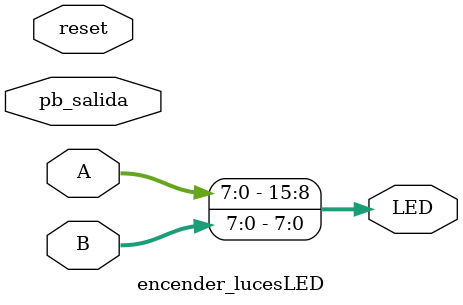
<source format=sv>
`timescale 1ns / 1ps

module Reading(
    input CLK100MHZ, reset,
    input [7:0] A, B,
    input pb_entrada,
    output [15:0] LED,

    output [7:0] multiplicador, multiplicando,
    output logic pb_salida
    );
    
    logic pb_sinrebote;

    antirrebote A0 (CLK100MHZ, reset, A[0], multiplicador[0]);
    antirrebote A1 (CLK100MHZ, reset, A[1], multiplicador[1]);
    antirrebote A2 (CLK100MHZ, reset, A[2], multiplicador[2]);
    antirrebote A3 (CLK100MHZ, reset, A[3], multiplicador[3]);
    antirrebote A4 (CLK100MHZ, reset, A[4], multiplicador[4]);
    antirrebote A5 (CLK100MHZ, reset, A[5], multiplicador[5]);
    antirrebote A6 (CLK100MHZ, reset, A[6], multiplicador[6]);
    antirrebote A7 (CLK100MHZ, reset, A[7], multiplicador[7]);

    antirrebote B0 (CLK100MHZ, reset, B[0], multiplicando[0]);
    antirrebote B1 (CLK100MHZ, reset, B[1], multiplicando[1]);
    antirrebote B2 (CLK100MHZ, reset, B[2], multiplicando[2]);
    antirrebote B3 (CLK100MHZ, reset, B[3], multiplicando[3]);
    antirrebote B4 (CLK100MHZ, reset, B[4], multiplicando[4]);
    antirrebote B5 (CLK100MHZ, reset, B[5], multiplicando[5]);
    antirrebote B6 (CLK100MHZ, reset, B[6], multiplicando[6]);
    antirrebote B7 (CLK100MHZ, reset, B[7], multiplicando[7]);
    
    antirrebote PB (CLK100MHZ, reset, pb_entrada, pb_sinrebote);
    

    inicio_multiplicacion Inicio (CLK100MHZ, reset, pb_sinrebote, pb_salida);
    
    encender_lucesLED LucesLED (reset, multiplicador, multiplicando, pb_salida, LED);
   
endmodule

module antirrebote(
    input clk, reset, entrada,
    output salida
    );
    
    wire slow_clk_en;
    wire Q0, Q1, Q2, Q3;
    
    clock_enable u1 (clk, reset, slow_clk_en);
    
    FF F0 (clk, slow_clk_en, entrada, Q0);
    FF F1 (clk, slow_clk_en, Q0, Q1);
    FF F2 (clk, slow_clk_en, Q1, Q2);
    FF F3 (clk, slow_clk_en, Q2, Q3);
    
    assign salida = Q0 && Q1 && Q2 && Q3;
    
endmodule

module clock_enable(
    input Clk_100M, reset,
    output slow_clk_en
    );
    
    reg [25:0]contador = 0;
    
    always @(posedge Clk_100M)
    begin
        if (reset)
            contador <= 0;
        else
            contador <= (contador>=249999)?0:contador+1;
    end
    assign slow_clk_en = (contador == 249999)?1'b1:1'b0;
    
endmodule

module FF(
    input DFF_CLOCK, clock_enable, D,
    output reg Q = 0
    );
    
    always @ (posedge DFF_CLOCK) begin
        if(clock_enable == 1) 
           Q <= D;
        end
        
endmodule

module inicio_multiplicacion (
    input clk, reset, pb_sinrebote,
    output logic pb_salida = 0
    );

    localparam limite = 249999*2; 

    reg activador = 0;
    reg [25:0] contador = 0;
    
    always @(pb_sinrebote)
    begin
        if (pb_sinrebote)
            activador = 1;
        else
            activador = 0;
    end
    
    always @(posedge clk)
    begin
        if(reset)
            contador <= 0;
        else
        begin
            if (contador == limite)
                contador <= 0;
            else
                contador <= contador +1;
        end
    end
    
    always @(posedge clk)
    begin
        if(reset)
            pb_salida <= 0;
        else
        begin
            if(contador == limite && activador)
                pb_salida <= pb_sinrebote;
            else if(!activador)
                pb_salida <= 0;
            else
                pb_salida <= pb_salida;
        end
    end
    
endmodule

module encender_lucesLED(
    input reset,
    input [7:0] A, B,
    input pb_salida,
    output [15:0] LED
    );
    
    assign LED = {A, B};

    
endmodule
</source>
